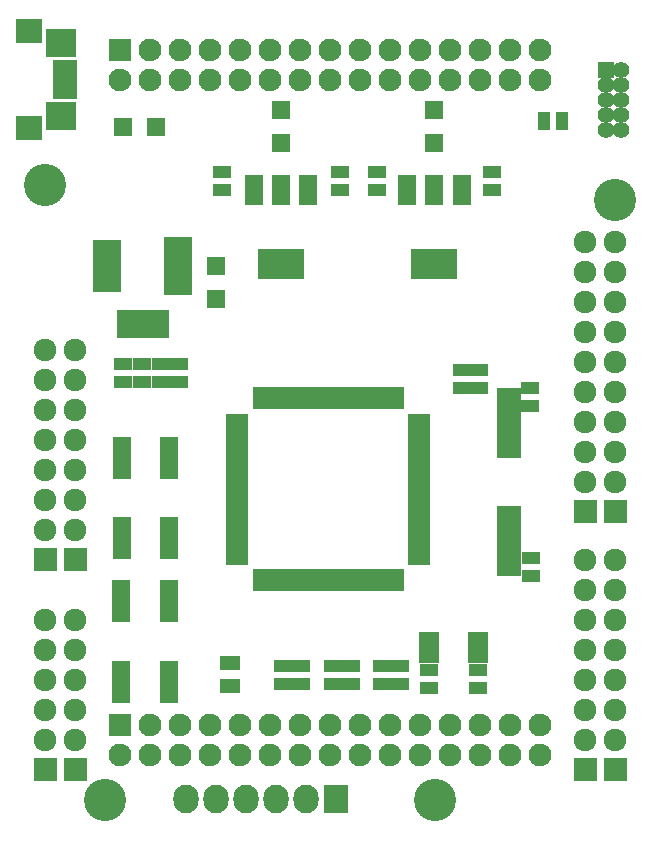
<source format=gts>
G04 #@! TF.FileFunction,Soldermask,Top*
%FSLAX46Y46*%
G04 Gerber Fmt 4.6, Leading zero omitted, Abs format (unit mm)*
G04 Created by KiCad (PCBNEW (after 2015-mar-04 BZR unknown)-product) date 2015年06月14日日曜日 16:42:44*
%MOMM*%
G01*
G04 APERTURE LIST*
%ADD10C,0.100000*%
%ADD11R,2.000000X0.800000*%
%ADD12R,2.500000X2.400000*%
%ADD13R,2.300000X2.000000*%
%ADD14R,2.400000X4.400000*%
%ADD15R,4.400000X2.400000*%
%ADD16R,2.400000X4.900000*%
%ADD17R,1.600000X1.600000*%
%ADD18R,1.400000X1.400000*%
%ADD19C,1.400000*%
%ADD20R,1.797000X1.289000*%
%ADD21R,2.127200X2.432000*%
%ADD22O,2.127200X2.432000*%
%ADD23C,1.924000*%
%ADD24R,1.930000X1.930000*%
%ADD25C,1.930000*%
%ADD26C,3.575000*%
%ADD27R,1.500000X3.600000*%
%ADD28R,1.900000X0.800000*%
%ADD29R,1.900000X0.700000*%
%ADD30R,0.800000X1.900000*%
%ADD31R,0.700000X1.900000*%
%ADD32R,3.900000X2.600000*%
%ADD33R,1.600000X2.600000*%
%ADD34R,2.000000X5.900000*%
%ADD35R,1.543000X1.035000*%
%ADD36R,1.035000X1.543000*%
G04 APERTURE END LIST*
D10*
D11*
X4180000Y62210000D03*
X4180000Y62860000D03*
X4180000Y63510000D03*
X4180000Y64160000D03*
X4180000Y64810000D03*
D12*
X3855000Y60410000D03*
X3855000Y66610000D03*
D13*
X1180000Y67610000D03*
X1180000Y59410000D03*
D14*
X7800000Y47750000D03*
D15*
X10800000Y42850000D03*
D16*
X13800000Y47750000D03*
D17*
X9100000Y59550000D03*
X11900000Y59550000D03*
D18*
X50005000Y64370000D03*
D19*
X51275000Y64370000D03*
X50005000Y63100000D03*
X51275000Y63100000D03*
X50005000Y61830000D03*
X51275000Y61830000D03*
X50005000Y60560000D03*
X51275000Y60560000D03*
X50005000Y59290000D03*
X51275000Y59290000D03*
D20*
X18200000Y14102500D03*
X18200000Y12197500D03*
D17*
X16990000Y47730000D03*
X16990000Y44930000D03*
X35500000Y58150000D03*
X35500000Y60950000D03*
X22500000Y58150000D03*
X22500000Y60950000D03*
D21*
X27190000Y2630000D03*
D22*
X24650000Y2630000D03*
X22110000Y2630000D03*
X19570000Y2630000D03*
X17030000Y2630000D03*
X14490000Y2630000D03*
D10*
G36*
X47298000Y27896000D02*
X49222000Y27896000D01*
X49222000Y25972000D01*
X47298000Y25972000D01*
X47298000Y27896000D01*
X47298000Y27896000D01*
G37*
D23*
X48260000Y29474000D03*
X48260000Y32014000D03*
X48260000Y34554000D03*
X48260000Y37094000D03*
X48260000Y39634000D03*
X48260000Y42174000D03*
X48260000Y44714000D03*
X48260000Y47254000D03*
X48260000Y49794000D03*
D10*
G36*
X47298000Y4128000D02*
X47298000Y6052000D01*
X49222000Y6052000D01*
X49222000Y4128000D01*
X47298000Y4128000D01*
X47298000Y4128000D01*
G37*
D23*
X48260000Y7630000D03*
X48260000Y10170000D03*
X48260000Y12710000D03*
X48260000Y15250000D03*
X48260000Y17790000D03*
X48260000Y22870000D03*
X48260000Y20330000D03*
D10*
G36*
X4118000Y21908000D02*
X4118000Y23832000D01*
X6042000Y23832000D01*
X6042000Y21908000D01*
X4118000Y21908000D01*
X4118000Y21908000D01*
G37*
D23*
X5080000Y25410000D03*
X5080000Y27950000D03*
X5080000Y30490000D03*
X5080000Y33030000D03*
X5080000Y35570000D03*
X5080000Y38110000D03*
X5080000Y40650000D03*
D10*
G36*
X6042000Y6052000D02*
X6042000Y4128000D01*
X4118000Y4128000D01*
X4118000Y6052000D01*
X6042000Y6052000D01*
X6042000Y6052000D01*
G37*
D23*
X5080000Y7630000D03*
X5080000Y10170000D03*
X5080000Y12710000D03*
X5080000Y15250000D03*
X5080000Y17790000D03*
D24*
X8890000Y8900000D03*
D25*
X11430000Y8900000D03*
X13970000Y8900000D03*
X16510000Y8900000D03*
X19050000Y8900000D03*
X21590000Y8900000D03*
X24130000Y8900000D03*
X26670000Y8900000D03*
X29210000Y8900000D03*
X31750000Y8900000D03*
X34290000Y8900000D03*
X36830000Y8900000D03*
X39370000Y8900000D03*
X41910000Y8900000D03*
X44450000Y8900000D03*
X8890000Y6360000D03*
X11430000Y6360000D03*
X13970000Y6360000D03*
X16510000Y6360000D03*
X19050000Y6360000D03*
X21590000Y6360000D03*
X24130000Y6360000D03*
X26670000Y6360000D03*
X29210000Y6360000D03*
X31750000Y6360000D03*
X34290000Y6360000D03*
X36830000Y6360000D03*
X39370000Y6360000D03*
X41910000Y6360000D03*
X44450000Y6360000D03*
D10*
G36*
X49838000Y27896000D02*
X51762000Y27896000D01*
X51762000Y25972000D01*
X49838000Y25972000D01*
X49838000Y27896000D01*
X49838000Y27896000D01*
G37*
D23*
X50800000Y29474000D03*
X50800000Y32014000D03*
X50800000Y34554000D03*
X50800000Y37094000D03*
X50800000Y39634000D03*
X50800000Y42174000D03*
X50800000Y44714000D03*
X50800000Y47254000D03*
X50800000Y49794000D03*
D10*
G36*
X49838000Y4128000D02*
X49838000Y6052000D01*
X51762000Y6052000D01*
X51762000Y4128000D01*
X49838000Y4128000D01*
X49838000Y4128000D01*
G37*
D23*
X50800000Y7630000D03*
X50800000Y10170000D03*
X50800000Y12710000D03*
X50800000Y15250000D03*
X50800000Y17790000D03*
X50800000Y22870000D03*
X50800000Y20330000D03*
D10*
G36*
X1578000Y21908000D02*
X1578000Y23832000D01*
X3502000Y23832000D01*
X3502000Y21908000D01*
X1578000Y21908000D01*
X1578000Y21908000D01*
G37*
D23*
X2540000Y25410000D03*
X2540000Y27950000D03*
X2540000Y30490000D03*
X2540000Y33030000D03*
X2540000Y35570000D03*
X2540000Y38110000D03*
X2540000Y40650000D03*
D10*
G36*
X3502000Y6052000D02*
X3502000Y4128000D01*
X1578000Y4128000D01*
X1578000Y6052000D01*
X3502000Y6052000D01*
X3502000Y6052000D01*
G37*
D23*
X2540000Y7630000D03*
X2540000Y10170000D03*
X2540000Y12710000D03*
X2540000Y15250000D03*
X2540000Y17790000D03*
D26*
X7620000Y2550000D03*
X35560000Y2550000D03*
X2540000Y54620000D03*
X50800000Y53350000D03*
D24*
X8890000Y66050000D03*
D25*
X11430000Y66050000D03*
X13970000Y66050000D03*
X16510000Y66050000D03*
X19050000Y66050000D03*
X21590000Y66050000D03*
X24130000Y66050000D03*
X26670000Y66050000D03*
X29210000Y66050000D03*
X31750000Y66050000D03*
X34290000Y66050000D03*
X36830000Y66050000D03*
X39370000Y66050000D03*
X41910000Y66050000D03*
X44450000Y66050000D03*
X8890000Y63510000D03*
X11430000Y63510000D03*
X13970000Y63510000D03*
X16510000Y63510000D03*
X19050000Y63510000D03*
X21590000Y63510000D03*
X24130000Y63510000D03*
X26670000Y63510000D03*
X29210000Y63510000D03*
X31750000Y63510000D03*
X34290000Y63510000D03*
X36830000Y63510000D03*
X39370000Y63510000D03*
X41910000Y63510000D03*
X44450000Y63510000D03*
D27*
X13000000Y19350000D03*
X9000000Y19350000D03*
X13000000Y12550000D03*
X9000000Y12550000D03*
D28*
X34200000Y22790000D03*
D29*
X34200000Y23350000D03*
X34200000Y23850000D03*
X34200000Y24350000D03*
X34200000Y24850000D03*
X34200000Y25350000D03*
X34200000Y25850000D03*
X34200000Y26350000D03*
X34200000Y26850000D03*
X34200000Y27350000D03*
X34200000Y27850000D03*
X34200000Y28350000D03*
X34200000Y28850000D03*
X34200000Y29350000D03*
X34200000Y29850000D03*
X34200000Y30350000D03*
X34200000Y30850000D03*
X34200000Y31350000D03*
X34200000Y31850000D03*
X34200000Y32350000D03*
X34200000Y32850000D03*
X34200000Y33350000D03*
X34200000Y33850000D03*
X34200000Y34350000D03*
D28*
X34200000Y34910000D03*
D30*
X32560000Y36550000D03*
D31*
X32000000Y36550000D03*
X31500000Y36550000D03*
X31000000Y36550000D03*
X30500000Y36550000D03*
X30000000Y36550000D03*
X29500000Y36550000D03*
X29000000Y36550000D03*
X28500000Y36550000D03*
X28000000Y36550000D03*
X27500000Y36550000D03*
X27000000Y36550000D03*
X26500000Y36550000D03*
X26000000Y36550000D03*
X25500000Y36550000D03*
X25000000Y36550000D03*
X24500000Y36550000D03*
X24000000Y36550000D03*
X23500000Y36550000D03*
X23000000Y36550000D03*
X22500000Y36550000D03*
X22000000Y36550000D03*
X21500000Y36550000D03*
X21000000Y36550000D03*
D30*
X20440000Y36550000D03*
D28*
X18800000Y34910000D03*
D29*
X18800000Y34350000D03*
X18800000Y33850000D03*
X18800000Y33350000D03*
X18800000Y32850000D03*
X18800000Y32350000D03*
X18800000Y31850000D03*
X18800000Y31350000D03*
X18800000Y30850000D03*
X18800000Y30350000D03*
X18800000Y29850000D03*
X18800000Y29350000D03*
X18800000Y28850000D03*
X18800000Y28350000D03*
X18800000Y27850000D03*
X18800000Y27350000D03*
X18800000Y26850000D03*
X18800000Y26350000D03*
X18800000Y25850000D03*
X18800000Y25350000D03*
X18800000Y24850000D03*
X18800000Y24350000D03*
X18800000Y23850000D03*
X18800000Y23350000D03*
D28*
X18800000Y22790000D03*
D30*
X20440000Y21150000D03*
D31*
X21000000Y21150000D03*
X21500000Y21150000D03*
X22000000Y21150000D03*
X22500000Y21150000D03*
X23000000Y21150000D03*
X23500000Y21150000D03*
X24000000Y21150000D03*
X24500000Y21150000D03*
X25000000Y21150000D03*
X25500000Y21150000D03*
X26000000Y21150000D03*
X26500000Y21150000D03*
X27000000Y21150000D03*
X27500000Y21150000D03*
X28000000Y21150000D03*
X28500000Y21150000D03*
X29000000Y21150000D03*
X29500000Y21150000D03*
X30000000Y21150000D03*
X30500000Y21150000D03*
X31000000Y21150000D03*
X31500000Y21150000D03*
X32000000Y21150000D03*
D30*
X32560000Y21150000D03*
D10*
G36*
X34150000Y14150000D02*
X34150000Y16750000D01*
X35850000Y16750000D01*
X35850000Y14150000D01*
X34150000Y14150000D01*
X34150000Y14150000D01*
G37*
G36*
X38350000Y14150000D02*
X38350000Y16750000D01*
X40050000Y16750000D01*
X40050000Y14150000D01*
X38350000Y14150000D01*
X38350000Y14150000D01*
G37*
D32*
X35500000Y47950000D03*
D33*
X35500000Y54150000D03*
X33200000Y54150000D03*
X37800000Y54150000D03*
D32*
X22500000Y47950000D03*
D33*
X22500000Y54150000D03*
X20200000Y54150000D03*
X24800000Y54150000D03*
D34*
X41800000Y24450000D03*
X41800000Y34450000D03*
D27*
X9049000Y24717000D03*
X13049000Y24717000D03*
X9049000Y31517000D03*
X13049000Y31517000D03*
D35*
X30600000Y55712000D03*
X30600000Y54188000D03*
D36*
X44754800Y60044800D03*
X46278800Y60044800D03*
D35*
X28400000Y13912000D03*
X28400000Y12388000D03*
X26900000Y13912000D03*
X26900000Y12388000D03*
X37800000Y38912000D03*
X37800000Y37388000D03*
X32600000Y13912000D03*
X32600000Y12388000D03*
X39300000Y37388000D03*
X39300000Y38912000D03*
X31100000Y13912000D03*
X31100000Y12388000D03*
X22700000Y13912000D03*
X22700000Y12388000D03*
X13906500Y37896000D03*
X13906500Y39420000D03*
X24200000Y13912000D03*
X24200000Y12388000D03*
X12319000Y37896000D03*
X12319000Y39420000D03*
X9144000Y37896000D03*
X9144000Y39420000D03*
X10731500Y37896000D03*
X10731500Y39420000D03*
X17500000Y54188000D03*
X17500000Y55712000D03*
X43600000Y37412000D03*
X43600000Y35888000D03*
X27500000Y55712000D03*
X27500000Y54188000D03*
X43700000Y23012000D03*
X43700000Y21488000D03*
X39200000Y11988000D03*
X39200000Y13512000D03*
X35000000Y13512000D03*
X35000000Y11988000D03*
X40400000Y54188000D03*
X40400000Y55712000D03*
M02*

</source>
